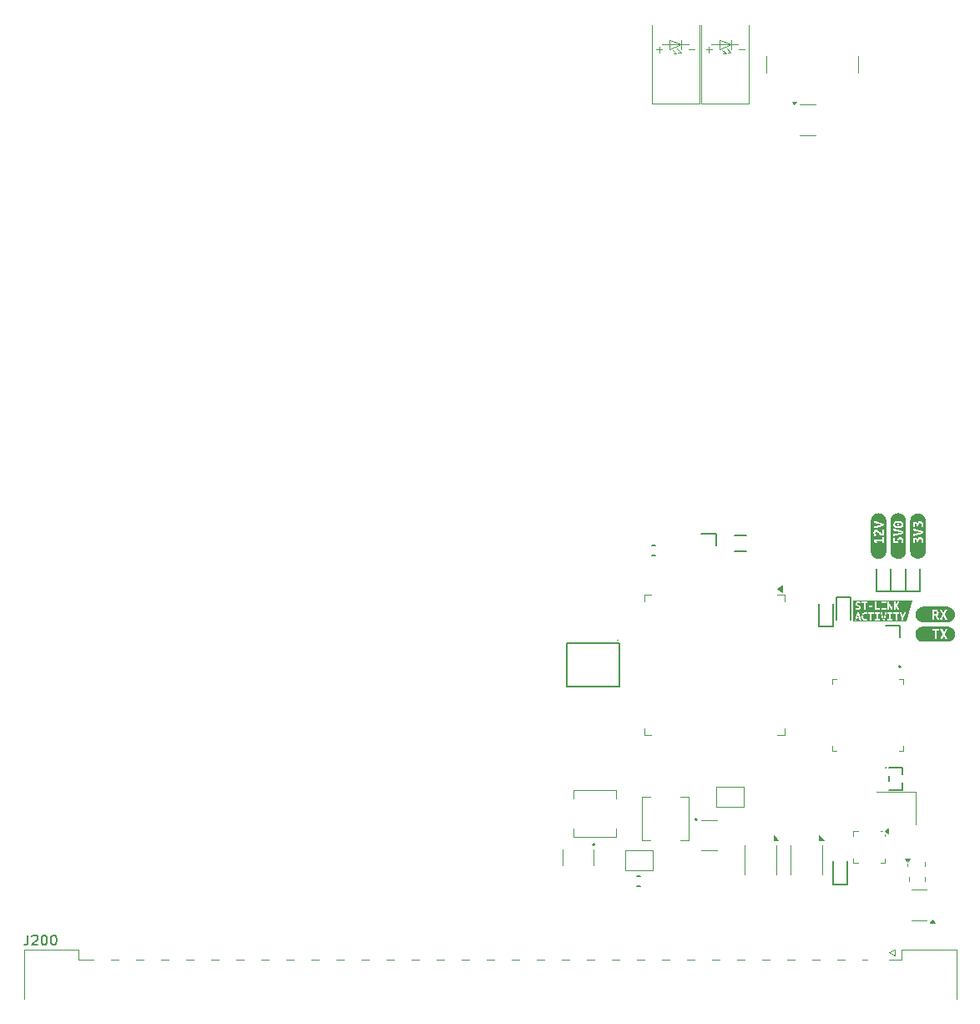
<source format=gbr>
%TF.GenerationSoftware,KiCad,Pcbnew,8.0.8-8.0.8-0~ubuntu24.04.1*%
%TF.CreationDate,2025-02-17T20:41:45+00:00*%
%TF.ProjectId,base-module,62617365-2d6d-46f6-9475-6c652e6b6963,1.0.0*%
%TF.SameCoordinates,Original*%
%TF.FileFunction,Legend,Top*%
%TF.FilePolarity,Positive*%
%FSLAX46Y46*%
G04 Gerber Fmt 4.6, Leading zero omitted, Abs format (unit mm)*
G04 Created by KiCad (PCBNEW 8.0.8-8.0.8-0~ubuntu24.04.1) date 2025-02-17 20:41:45*
%MOMM*%
%LPD*%
G01*
G04 APERTURE LIST*
%ADD10C,0.100000*%
%ADD11C,0.150000*%
%ADD12C,0.000000*%
%ADD13C,0.120000*%
%ADD14C,0.200000*%
G04 APERTURE END LIST*
D10*
X109506265Y-54477133D02*
X110115789Y-54477133D01*
X106206265Y-54477133D02*
X106815789Y-54477133D01*
X106511027Y-54781895D02*
X106511027Y-54172371D01*
D11*
X42464285Y-144229819D02*
X42464285Y-144944104D01*
X42464285Y-144944104D02*
X42416666Y-145086961D01*
X42416666Y-145086961D02*
X42321428Y-145182200D01*
X42321428Y-145182200D02*
X42178571Y-145229819D01*
X42178571Y-145229819D02*
X42083333Y-145229819D01*
X42892857Y-144325057D02*
X42940476Y-144277438D01*
X42940476Y-144277438D02*
X43035714Y-144229819D01*
X43035714Y-144229819D02*
X43273809Y-144229819D01*
X43273809Y-144229819D02*
X43369047Y-144277438D01*
X43369047Y-144277438D02*
X43416666Y-144325057D01*
X43416666Y-144325057D02*
X43464285Y-144420295D01*
X43464285Y-144420295D02*
X43464285Y-144515533D01*
X43464285Y-144515533D02*
X43416666Y-144658390D01*
X43416666Y-144658390D02*
X42845238Y-145229819D01*
X42845238Y-145229819D02*
X43464285Y-145229819D01*
X44083333Y-144229819D02*
X44178571Y-144229819D01*
X44178571Y-144229819D02*
X44273809Y-144277438D01*
X44273809Y-144277438D02*
X44321428Y-144325057D01*
X44321428Y-144325057D02*
X44369047Y-144420295D01*
X44369047Y-144420295D02*
X44416666Y-144610771D01*
X44416666Y-144610771D02*
X44416666Y-144848866D01*
X44416666Y-144848866D02*
X44369047Y-145039342D01*
X44369047Y-145039342D02*
X44321428Y-145134580D01*
X44321428Y-145134580D02*
X44273809Y-145182200D01*
X44273809Y-145182200D02*
X44178571Y-145229819D01*
X44178571Y-145229819D02*
X44083333Y-145229819D01*
X44083333Y-145229819D02*
X43988095Y-145182200D01*
X43988095Y-145182200D02*
X43940476Y-145134580D01*
X43940476Y-145134580D02*
X43892857Y-145039342D01*
X43892857Y-145039342D02*
X43845238Y-144848866D01*
X43845238Y-144848866D02*
X43845238Y-144610771D01*
X43845238Y-144610771D02*
X43892857Y-144420295D01*
X43892857Y-144420295D02*
X43940476Y-144325057D01*
X43940476Y-144325057D02*
X43988095Y-144277438D01*
X43988095Y-144277438D02*
X44083333Y-144229819D01*
X45035714Y-144229819D02*
X45130952Y-144229819D01*
X45130952Y-144229819D02*
X45226190Y-144277438D01*
X45226190Y-144277438D02*
X45273809Y-144325057D01*
X45273809Y-144325057D02*
X45321428Y-144420295D01*
X45321428Y-144420295D02*
X45369047Y-144610771D01*
X45369047Y-144610771D02*
X45369047Y-144848866D01*
X45369047Y-144848866D02*
X45321428Y-145039342D01*
X45321428Y-145039342D02*
X45273809Y-145134580D01*
X45273809Y-145134580D02*
X45226190Y-145182200D01*
X45226190Y-145182200D02*
X45130952Y-145229819D01*
X45130952Y-145229819D02*
X45035714Y-145229819D01*
X45035714Y-145229819D02*
X44940476Y-145182200D01*
X44940476Y-145182200D02*
X44892857Y-145134580D01*
X44892857Y-145134580D02*
X44845238Y-145039342D01*
X44845238Y-145039342D02*
X44797619Y-144848866D01*
X44797619Y-144848866D02*
X44797619Y-144610771D01*
X44797619Y-144610771D02*
X44845238Y-144420295D01*
X44845238Y-144420295D02*
X44892857Y-144325057D01*
X44892857Y-144325057D02*
X44940476Y-144277438D01*
X44940476Y-144277438D02*
X45035714Y-144229819D01*
D10*
X114556265Y-54477133D02*
X115165789Y-54477133D01*
X111256265Y-54477133D02*
X111865789Y-54477133D01*
X111561027Y-54781895D02*
X111561027Y-54172371D01*
D12*
%TO.C,kibuzzard-67B37005*%
G36*
X133541061Y-103501777D02*
G01*
X133541061Y-104265913D01*
X133541061Y-104543780D01*
X133541061Y-105284222D01*
X133537252Y-105361759D01*
X133525861Y-105438550D01*
X133506998Y-105513855D01*
X133480845Y-105586948D01*
X133447653Y-105657125D01*
X133407743Y-105723712D01*
X133361498Y-105786066D01*
X133309364Y-105843586D01*
X133251844Y-105895720D01*
X133189490Y-105941965D01*
X133122904Y-105981875D01*
X133052726Y-106015067D01*
X132979633Y-106041220D01*
X132904328Y-106060083D01*
X132827538Y-106071474D01*
X132750000Y-106075283D01*
X132672462Y-106071474D01*
X132595672Y-106060083D01*
X132520367Y-106041220D01*
X132447274Y-106015067D01*
X132377096Y-105981875D01*
X132310510Y-105941965D01*
X132248156Y-105895720D01*
X132190636Y-105843586D01*
X132138502Y-105786066D01*
X132092257Y-105723712D01*
X132052347Y-105657125D01*
X132019155Y-105586948D01*
X131993002Y-105513855D01*
X131974139Y-105438550D01*
X131962748Y-105361759D01*
X131958939Y-105284222D01*
X131958939Y-104543780D01*
X131958939Y-104248142D01*
X132228191Y-104248142D01*
X132235662Y-104333966D01*
X132258078Y-104410501D01*
X132317044Y-104526010D01*
X132462439Y-104454927D01*
X132416397Y-104358805D01*
X132397819Y-104246527D01*
X132429321Y-104155250D01*
X132515751Y-104122132D01*
X132577141Y-104137480D01*
X132615913Y-104177060D01*
X132636914Y-104231987D01*
X132643376Y-104293376D01*
X132643376Y-104367690D01*
X132808158Y-104367690D01*
X132808158Y-104306300D01*
X132816034Y-104217851D01*
X132839661Y-104146365D01*
X132883078Y-104099111D01*
X132950323Y-104083360D01*
X133058562Y-104124556D01*
X133091276Y-104180897D01*
X133102181Y-104267528D01*
X133097738Y-104344063D01*
X133084410Y-104408885D01*
X133050485Y-104505008D01*
X133216882Y-104543780D01*
X133234653Y-104493700D01*
X133252423Y-104423425D01*
X133266155Y-104344265D01*
X133271809Y-104265913D01*
X133265953Y-104172617D01*
X133248384Y-104093053D01*
X133220113Y-104026817D01*
X133182149Y-103973506D01*
X133081179Y-103904039D01*
X132953554Y-103881422D01*
X132872375Y-103892124D01*
X132803312Y-103924233D01*
X132747981Y-103975727D01*
X132707997Y-104044588D01*
X132623990Y-103954120D01*
X132509289Y-103920194D01*
X132397819Y-103939580D01*
X132308158Y-103999354D01*
X132249192Y-104101939D01*
X132233441Y-104169588D01*
X132228191Y-104248142D01*
X131958939Y-104248142D01*
X131958939Y-103013893D01*
X132250808Y-103013893D01*
X132250808Y-103222294D01*
X132334814Y-103236834D01*
X132431745Y-103254604D01*
X132536551Y-103274798D01*
X132644184Y-103296607D01*
X132752423Y-103320032D01*
X132859047Y-103345073D01*
X132959006Y-103370921D01*
X133047254Y-103396769D01*
X132957795Y-103422819D01*
X132857431Y-103449273D01*
X132750808Y-103475121D01*
X132642569Y-103499354D01*
X132535137Y-103521769D01*
X132430937Y-103542165D01*
X132334612Y-103559128D01*
X132250808Y-103571244D01*
X132250808Y-103781260D01*
X132341276Y-103762682D01*
X132454362Y-103736026D01*
X132538997Y-103714665D01*
X132627042Y-103691510D01*
X132718498Y-103666559D01*
X132811748Y-103640172D01*
X132905179Y-103612709D01*
X132998788Y-103584168D01*
X133132068Y-103541761D01*
X133250808Y-103501777D01*
X133250808Y-103296607D01*
X133164737Y-103265733D01*
X133076692Y-103235577D01*
X132986672Y-103206139D01*
X132896204Y-103177868D01*
X132806812Y-103151212D01*
X132718498Y-103126171D01*
X132589863Y-103091842D01*
X132467286Y-103061551D01*
X132353393Y-103035501D01*
X132250808Y-103013893D01*
X131958939Y-103013893D01*
X131958939Y-102632633D01*
X132228191Y-102632633D01*
X132235662Y-102718457D01*
X132258078Y-102794992D01*
X132317044Y-102910501D01*
X132462439Y-102839418D01*
X132416397Y-102743296D01*
X132397819Y-102631018D01*
X132429321Y-102539742D01*
X132515751Y-102506624D01*
X132577141Y-102521971D01*
X132615913Y-102561551D01*
X132636914Y-102616478D01*
X132643376Y-102677868D01*
X132643376Y-102752181D01*
X132808158Y-102752181D01*
X132808158Y-102690792D01*
X132816034Y-102602342D01*
X132839661Y-102530856D01*
X132883078Y-102483603D01*
X132950323Y-102467851D01*
X133058562Y-102509047D01*
X133091276Y-102565388D01*
X133102181Y-102652019D01*
X133097738Y-102728554D01*
X133084410Y-102793376D01*
X133050485Y-102889499D01*
X133216882Y-102928271D01*
X133234653Y-102878191D01*
X133252423Y-102807916D01*
X133266155Y-102728756D01*
X133271809Y-102650404D01*
X133265953Y-102557108D01*
X133248384Y-102477544D01*
X133220113Y-102411309D01*
X133182149Y-102357997D01*
X133081179Y-102288530D01*
X132953554Y-102265913D01*
X132872375Y-102276616D01*
X132803312Y-102308724D01*
X132747981Y-102360218D01*
X132707997Y-102429079D01*
X132623990Y-102338611D01*
X132509289Y-102304685D01*
X132397819Y-102324071D01*
X132308158Y-102383845D01*
X132249192Y-102486430D01*
X132233441Y-102554079D01*
X132228191Y-102632633D01*
X131958939Y-102632633D01*
X131958939Y-102265913D01*
X131958939Y-102265778D01*
X131962748Y-102188241D01*
X131974139Y-102111450D01*
X131993002Y-102036145D01*
X132019155Y-101963052D01*
X132052347Y-101892875D01*
X132092257Y-101826288D01*
X132138502Y-101763934D01*
X132190636Y-101706414D01*
X132248156Y-101654280D01*
X132310510Y-101608035D01*
X132377096Y-101568125D01*
X132447274Y-101534933D01*
X132520367Y-101508780D01*
X132595672Y-101489917D01*
X132672462Y-101478526D01*
X132750000Y-101474717D01*
X132827538Y-101478526D01*
X132904328Y-101489917D01*
X132979633Y-101508780D01*
X133052726Y-101534933D01*
X133122904Y-101568125D01*
X133189490Y-101608035D01*
X133251844Y-101654280D01*
X133309364Y-101706414D01*
X133361498Y-101763934D01*
X133407743Y-101826288D01*
X133447653Y-101892875D01*
X133480845Y-101963052D01*
X133506998Y-102036145D01*
X133525861Y-102111450D01*
X133537252Y-102188241D01*
X133541061Y-102265778D01*
X133541061Y-102265913D01*
X133541061Y-102650404D01*
X133541061Y-103501777D01*
G37*
D13*
%TO.C,L301*%
X104760720Y-130236542D02*
X105610720Y-130236542D01*
X104760720Y-134606542D02*
X104760720Y-130236542D01*
X104760720Y-134606542D02*
X105610720Y-134606542D01*
X109480720Y-130236542D02*
X108630720Y-130236542D01*
X109480720Y-134606542D02*
X108630720Y-134606542D01*
X109480720Y-134606542D02*
X109480720Y-130236542D01*
%TO.C,JP300*%
X103050000Y-135675000D02*
X105850000Y-135675000D01*
X103050000Y-137675000D02*
X103050000Y-135675000D01*
X105850000Y-135675000D02*
X105850000Y-137675000D01*
X105850000Y-137675000D02*
X103050000Y-137675000D01*
%TO.C,TP302*%
X133450000Y-105325000D02*
G75*
G02*
X132050000Y-105325000I-700000J0D01*
G01*
X132050000Y-105325000D02*
G75*
G02*
X133450000Y-105325000I700000J0D01*
G01*
%TO.C,U200*%
X132850000Y-139615000D02*
X132075000Y-139615000D01*
X132850000Y-139615000D02*
X133625000Y-139615000D01*
X132850000Y-142735000D02*
X132075000Y-142735000D01*
X132850000Y-142735000D02*
X133625000Y-142735000D01*
X134452500Y-143015000D02*
X133972500Y-143015000D01*
X134212500Y-142685000D01*
X134452500Y-143015000D01*
G36*
X134452500Y-143015000D02*
G01*
X133972500Y-143015000D01*
X134212500Y-142685000D01*
X134452500Y-143015000D01*
G37*
D10*
%TO.C,LED300*%
X105750000Y-59985000D02*
X105750000Y-51985000D01*
X107550000Y-53510000D02*
X107550000Y-54410000D01*
X107550000Y-54410000D02*
X108750000Y-53960000D01*
X107850000Y-54485000D02*
X108250000Y-54885000D01*
X108250000Y-54885000D02*
X107950000Y-54885000D01*
X108300000Y-54385000D02*
X108700000Y-54785000D01*
X108700000Y-54785000D02*
X108400000Y-54785000D01*
X108750000Y-53510000D02*
X108750000Y-54410000D01*
X108750000Y-53960000D02*
X106750000Y-53960000D01*
X108750000Y-53960000D02*
X107550000Y-53510000D01*
X108750000Y-53960000D02*
X109450000Y-53960000D01*
X110550000Y-51985000D02*
X110550000Y-59985000D01*
X110550000Y-59985000D02*
X105750000Y-59985000D01*
D11*
%TO.C,D301*%
X124120000Y-136775000D02*
X124120000Y-139065000D01*
X124120000Y-139065000D02*
X125580000Y-139065000D01*
X125580000Y-139065000D02*
X125580000Y-136775000D01*
%TO.C,FB400*%
X106110000Y-104715000D02*
X105790000Y-104715000D01*
X106110000Y-105735000D02*
X105790000Y-105735000D01*
D12*
%TO.C,kibuzzard-67B2198C*%
G36*
X134545840Y-111401494D02*
G01*
X134601979Y-111429362D01*
X134638328Y-111477019D01*
X134650444Y-111545679D01*
X134605210Y-111657956D01*
X134545840Y-111687641D01*
X134458199Y-111697536D01*
X134414580Y-111697536D01*
X134414580Y-111397052D01*
X134446890Y-111393013D01*
X134474354Y-111392205D01*
X134545840Y-111401494D01*
G37*
G36*
X135802462Y-110953826D02*
G01*
X135877684Y-110964984D01*
X135951451Y-110983461D01*
X136023051Y-111009080D01*
X136091796Y-111041594D01*
X136157022Y-111080689D01*
X136218103Y-111125990D01*
X136274449Y-111177059D01*
X136325518Y-111233405D01*
X136370818Y-111294485D01*
X136409914Y-111359712D01*
X136442427Y-111428456D01*
X136468046Y-111500057D01*
X136486524Y-111573823D01*
X136497682Y-111649046D01*
X136501414Y-111725000D01*
X136497682Y-111800954D01*
X136486524Y-111876177D01*
X136468046Y-111949943D01*
X136442427Y-112021544D01*
X136409914Y-112090288D01*
X136370818Y-112155515D01*
X136325518Y-112216595D01*
X136274449Y-112272941D01*
X136218103Y-112324010D01*
X136157022Y-112369311D01*
X136091796Y-112408406D01*
X136023051Y-112440920D01*
X135951451Y-112466539D01*
X135877684Y-112485016D01*
X135802462Y-112496174D01*
X135726508Y-112499906D01*
X135726373Y-112499906D01*
X135511511Y-112499906D01*
X134918619Y-112499906D01*
X134215872Y-112499906D01*
X133273492Y-112499906D01*
X133197538Y-112496174D01*
X133122316Y-112485016D01*
X133048549Y-112466539D01*
X132976949Y-112440920D01*
X132908204Y-112408406D01*
X132842978Y-112369311D01*
X132781897Y-112324010D01*
X132725551Y-112272941D01*
X132674482Y-112216595D01*
X132629182Y-112155515D01*
X132590086Y-112090288D01*
X132557573Y-112021544D01*
X132531954Y-111949943D01*
X132513476Y-111876177D01*
X132502318Y-111800954D01*
X132498586Y-111725000D01*
X132502318Y-111649046D01*
X132513476Y-111573823D01*
X132531954Y-111500057D01*
X132557573Y-111428456D01*
X132590086Y-111359712D01*
X132629182Y-111294485D01*
X132665739Y-111245194D01*
X134215872Y-111245194D01*
X134215872Y-112230654D01*
X134414580Y-112230654D01*
X134414580Y-111862318D01*
X134517973Y-111862318D01*
X134572698Y-111953796D01*
X134623788Y-112044063D01*
X134670032Y-112135541D01*
X134710218Y-112230654D01*
X134918619Y-112230654D01*
X134954160Y-112230654D01*
X135169023Y-112230654D01*
X135206179Y-112143215D01*
X135249798Y-112045679D01*
X135296648Y-111944911D01*
X135343498Y-111847779D01*
X135390953Y-111947940D01*
X135436389Y-112048102D01*
X135477383Y-112143821D01*
X135511511Y-112230654D01*
X135726373Y-112230654D01*
X135682754Y-112124838D01*
X135653069Y-112060218D01*
X135618942Y-111990751D01*
X135581179Y-111917851D01*
X135540590Y-111842932D01*
X135498183Y-111768619D01*
X135454968Y-111697536D01*
X135710218Y-111230654D01*
X135509895Y-111230654D01*
X135343498Y-111550525D01*
X135185178Y-111230654D01*
X134970315Y-111230654D01*
X135232027Y-111702383D01*
X135192447Y-111773263D01*
X135151252Y-111846971D01*
X135110258Y-111921082D01*
X135071284Y-111993174D01*
X135034935Y-112061834D01*
X135001817Y-112125646D01*
X134954160Y-112230654D01*
X134918619Y-112230654D01*
X134872577Y-112124838D01*
X134816842Y-112013368D01*
X134757068Y-111906745D01*
X134698910Y-111813853D01*
X134769588Y-111768215D01*
X134816842Y-111705614D01*
X134843498Y-111630493D01*
X134852383Y-111547294D01*
X134845719Y-111468740D01*
X134825727Y-111401090D01*
X134748990Y-111298506D01*
X134694063Y-111263368D01*
X134629443Y-111238732D01*
X134555937Y-111224192D01*
X134474354Y-111219346D01*
X134417811Y-111220961D01*
X134349960Y-111225000D01*
X134279685Y-111233078D01*
X134215872Y-111245194D01*
X132665739Y-111245194D01*
X132674482Y-111233405D01*
X132725551Y-111177059D01*
X132781897Y-111125990D01*
X132842978Y-111080689D01*
X132908204Y-111041594D01*
X132976949Y-111009080D01*
X133048549Y-110983461D01*
X133122316Y-110964984D01*
X133197538Y-110953826D01*
X133273492Y-110950094D01*
X134215872Y-110950094D01*
X135726373Y-110950094D01*
X135726508Y-110950094D01*
X135802462Y-110953826D01*
G37*
D13*
%TO.C,U801*%
X131650000Y-137240000D02*
X131650000Y-137030000D01*
X131840000Y-138810000D02*
X131840000Y-138360000D01*
X133460000Y-136790000D02*
X133460000Y-137240000D01*
X133460000Y-138810000D02*
X133460000Y-138360000D01*
X131650000Y-136790000D02*
X131410000Y-136460000D01*
X131890000Y-136460000D01*
X131650000Y-136790000D01*
G36*
X131650000Y-136790000D02*
G01*
X131410000Y-136460000D01*
X131890000Y-136460000D01*
X131650000Y-136790000D01*
G37*
%TO.C,TP701*%
X133950000Y-113725000D02*
G75*
G02*
X132550000Y-113725000I-700000J0D01*
G01*
X132550000Y-113725000D02*
G75*
G02*
X133950000Y-113725000I700000J0D01*
G01*
%TO.C,U301*%
X111550000Y-132558050D02*
X110750000Y-132558050D01*
X111550000Y-132558050D02*
X112350000Y-132558050D01*
X111550000Y-135678050D02*
X110750000Y-135678050D01*
X111550000Y-135678050D02*
X112350000Y-135678050D01*
D14*
X110350000Y-132518050D02*
G75*
G02*
X110150000Y-132518050I-100000J0D01*
G01*
X110150000Y-132518050D02*
G75*
G02*
X110350000Y-132518050I100000J0D01*
G01*
D12*
%TO.C,kibuzzard-67B20BD5*%
G36*
X126697598Y-111755183D02*
G01*
X126718277Y-111835312D01*
X126735724Y-111914795D01*
X126751233Y-111997509D01*
X126594852Y-111997509D01*
X126611007Y-111914795D01*
X126629101Y-111835312D01*
X126649779Y-111755183D01*
X126673689Y-111669238D01*
X126697598Y-111755183D01*
G37*
G36*
X131559849Y-112438651D02*
G01*
X131505999Y-112438651D01*
X131279828Y-112438651D01*
X130632332Y-112438651D01*
X129652687Y-112438651D01*
X129177081Y-112438651D01*
X128884997Y-112438651D01*
X128360280Y-112438651D01*
X128047518Y-112438651D01*
X127380635Y-112438651D01*
X126815854Y-112438651D01*
X126363511Y-112438651D01*
X126201960Y-112438651D01*
X126201960Y-112314149D01*
X126363511Y-112314149D01*
X126528939Y-112314149D01*
X126565127Y-112129335D01*
X126778374Y-112129335D01*
X126815854Y-112314149D01*
X126986451Y-112314149D01*
X126965127Y-112223448D01*
X126943543Y-112135383D01*
X126921702Y-112049955D01*
X126899602Y-111967164D01*
X126884633Y-111913503D01*
X127032978Y-111913503D01*
X127038551Y-112007929D01*
X127055272Y-112090886D01*
X127083139Y-112162372D01*
X127122154Y-112222388D01*
X127190508Y-112282701D01*
X127276668Y-112318888D01*
X127380635Y-112330950D01*
X127451233Y-112326589D01*
X127513107Y-112313503D01*
X127604222Y-112275377D01*
X127564157Y-112150013D01*
X127498891Y-112178446D01*
X127396144Y-112192663D01*
X127303899Y-112174408D01*
X127241702Y-112119642D01*
X127215495Y-112063853D01*
X127199770Y-111993848D01*
X127194529Y-111909626D01*
X127198891Y-111837251D01*
X127211976Y-111777800D01*
X127257211Y-111693148D01*
X127320539Y-111647913D01*
X127393560Y-111634343D01*
X127489844Y-111647913D01*
X127561572Y-111680870D01*
X127602929Y-111554214D01*
X127576435Y-111538705D01*
X127533139Y-111519319D01*
X127513907Y-111514149D01*
X127676597Y-111514149D01*
X127676597Y-111645975D01*
X127887259Y-111645975D01*
X127887259Y-112314149D01*
X128047518Y-112314149D01*
X128047518Y-111645975D01*
X128258180Y-111645975D01*
X128360280Y-111645975D01*
X128534755Y-111645975D01*
X128534755Y-112182324D01*
X128360280Y-112182324D01*
X128360280Y-112314149D01*
X128868196Y-112314149D01*
X128868196Y-112182324D01*
X128695013Y-112182324D01*
X128695013Y-111645975D01*
X128868196Y-111645975D01*
X128868196Y-111514149D01*
X128953495Y-111514149D01*
X128968358Y-111586524D01*
X128989682Y-111676992D01*
X129006771Y-111744700D01*
X129025295Y-111815136D01*
X129045256Y-111888301D01*
X129066365Y-111962902D01*
X129088336Y-112037646D01*
X129111169Y-112112534D01*
X129145094Y-112219157D01*
X129177081Y-112314149D01*
X129341217Y-112314149D01*
X129365916Y-112245293D01*
X129390041Y-112174856D01*
X129413592Y-112102841D01*
X129436209Y-112030466D01*
X129457534Y-111958953D01*
X129477566Y-111888301D01*
X129505030Y-111785393D01*
X129529262Y-111687332D01*
X129550102Y-111596217D01*
X129567388Y-111514149D01*
X129652687Y-111514149D01*
X129652687Y-111645975D01*
X129827162Y-111645975D01*
X129827162Y-112182324D01*
X129652687Y-112182324D01*
X129652687Y-112314149D01*
X130160603Y-112314149D01*
X130160603Y-112182324D01*
X129987421Y-112182324D01*
X129987421Y-111645975D01*
X130160603Y-111645975D01*
X130160603Y-111514149D01*
X130261411Y-111514149D01*
X130261411Y-111645975D01*
X130472073Y-111645975D01*
X130472073Y-112314149D01*
X130632332Y-112314149D01*
X130632332Y-111645975D01*
X130842994Y-111645975D01*
X130842994Y-111514149D01*
X130892106Y-111514149D01*
X130925349Y-111600669D01*
X130959598Y-111684460D01*
X130994852Y-111765522D01*
X131032547Y-111845867D01*
X131074120Y-111927504D01*
X131119569Y-112010433D01*
X131119569Y-112314149D01*
X131279828Y-112314149D01*
X131279828Y-112009141D01*
X131314723Y-111946621D01*
X131347033Y-111885716D01*
X131377081Y-111825458D01*
X131405191Y-111764876D01*
X131431686Y-111703810D01*
X131456887Y-111642097D01*
X131481443Y-111579093D01*
X131505999Y-111514149D01*
X131341863Y-111514149D01*
X131310199Y-111607202D01*
X131292429Y-111658576D01*
X131274012Y-111709303D01*
X131236532Y-111804941D01*
X131203576Y-111879900D01*
X131165450Y-111795732D01*
X131128616Y-111703487D01*
X131094044Y-111608010D01*
X131062703Y-111514149D01*
X130892106Y-111514149D01*
X130842994Y-111514149D01*
X130681443Y-111514149D01*
X130261411Y-111514149D01*
X130160603Y-111514149D01*
X130041702Y-111514149D01*
X129652687Y-111514149D01*
X129567388Y-111514149D01*
X129400668Y-111514149D01*
X129389036Y-111581354D01*
X129374820Y-111658899D01*
X129358665Y-111742744D01*
X129341217Y-111828850D01*
X129322477Y-111915442D01*
X129302445Y-112000740D01*
X129281766Y-112080708D01*
X129261088Y-112151306D01*
X129240248Y-112079739D01*
X129219085Y-111999448D01*
X129198406Y-111914149D01*
X129179020Y-111827558D01*
X129161088Y-111741613D01*
X129144771Y-111658253D01*
X129131201Y-111581193D01*
X129121508Y-111514149D01*
X129006484Y-111514149D01*
X128953495Y-111514149D01*
X128868196Y-111514149D01*
X128360280Y-111514149D01*
X128360280Y-111645975D01*
X128258180Y-111645975D01*
X128258180Y-111514149D01*
X128144448Y-111514149D01*
X127676597Y-111514149D01*
X127513907Y-111514149D01*
X127473043Y-111503164D01*
X127401314Y-111496533D01*
X127396144Y-111496055D01*
X127320377Y-111503002D01*
X127250749Y-111523842D01*
X127188713Y-111558091D01*
X127135724Y-111605264D01*
X127092590Y-111664876D01*
X127060118Y-111736443D01*
X127039763Y-111819480D01*
X127032978Y-111913503D01*
X126884633Y-111913503D01*
X126877243Y-111887009D01*
X126849093Y-111789795D01*
X126820862Y-111695248D01*
X126792550Y-111603366D01*
X126764157Y-111514149D01*
X126651718Y-111514149D01*
X126590975Y-111514149D01*
X126563592Y-111602639D01*
X126535724Y-111693632D01*
X126507372Y-111787130D01*
X126478535Y-111883131D01*
X126455324Y-111962614D01*
X126432215Y-112045458D01*
X126409211Y-112131661D01*
X126386309Y-112221225D01*
X126363511Y-112314149D01*
X126201960Y-112314149D01*
X126201960Y-111193201D01*
X126403576Y-111193201D01*
X126492752Y-111232620D01*
X126562219Y-111248613D01*
X126651718Y-111253945D01*
X126742402Y-111247123D01*
X126816284Y-111226660D01*
X126873366Y-111192555D01*
X126928131Y-111118403D01*
X126946387Y-111018726D01*
X126940894Y-110958468D01*
X126924416Y-110909518D01*
X126868196Y-110837143D01*
X126793236Y-110790617D01*
X126715046Y-110758953D01*
X126665288Y-110739567D01*
X126620054Y-110715657D01*
X126587097Y-110684639D01*
X126574173Y-110643928D01*
X126588246Y-110592950D01*
X126630465Y-110562363D01*
X126700829Y-110552167D01*
X126791944Y-110565092D01*
X126863673Y-110596109D01*
X126873958Y-110568969D01*
X127030393Y-110568969D01*
X127241055Y-110568969D01*
X127241055Y-111237143D01*
X127401314Y-111237143D01*
X128382251Y-111237143D01*
X128884997Y-111237143D01*
X128884997Y-111105318D01*
X128542509Y-111105318D01*
X128542509Y-110568969D01*
X129006484Y-110568969D01*
X129180959Y-110568969D01*
X129180959Y-111105318D01*
X129006484Y-111105318D01*
X129006484Y-111237143D01*
X129514400Y-111237143D01*
X129642348Y-111237143D01*
X129785805Y-111237143D01*
X129785805Y-110705964D01*
X129833840Y-110794637D01*
X129879720Y-110883167D01*
X129923446Y-110971554D01*
X129965019Y-111059940D01*
X130004437Y-111148470D01*
X130041702Y-111237143D01*
X130169650Y-111237143D01*
X130287259Y-111237143D01*
X130446225Y-111237143D01*
X130446225Y-110871392D01*
X130514076Y-110944413D01*
X130548810Y-110989324D01*
X130581928Y-111037466D01*
X130612784Y-111087870D01*
X130640732Y-111139567D01*
X130681443Y-111237143D01*
X130861088Y-111237143D01*
X130840086Y-111179470D01*
X130813269Y-111120180D01*
X130781766Y-111060730D01*
X130746710Y-111002571D01*
X130708745Y-110946836D01*
X130668519Y-110894655D01*
X130627485Y-110847159D01*
X130587097Y-110805479D01*
X130626354Y-110757983D01*
X130663996Y-110708549D01*
X130699698Y-110658630D01*
X130733139Y-110609680D01*
X130763673Y-110562184D01*
X130790652Y-110516626D01*
X130833947Y-110437143D01*
X130654303Y-110437143D01*
X130615530Y-110514688D01*
X130564480Y-110601279D01*
X130505676Y-110689163D01*
X130446225Y-110769292D01*
X130446225Y-110437143D01*
X130287259Y-110437143D01*
X130287259Y-111237143D01*
X130169650Y-111237143D01*
X130169650Y-110437143D01*
X130026193Y-110437143D01*
X130026193Y-110929550D01*
X130003414Y-110879146D01*
X129976435Y-110820988D01*
X129946064Y-110757983D01*
X129913107Y-110693040D01*
X129878374Y-110626966D01*
X129842671Y-110560568D01*
X129806484Y-110496432D01*
X129770296Y-110437143D01*
X129642348Y-110437143D01*
X129642348Y-111237143D01*
X129514400Y-111237143D01*
X129514400Y-111105318D01*
X129341217Y-111105318D01*
X129341217Y-110568969D01*
X129514400Y-110568969D01*
X129514400Y-110437143D01*
X129006484Y-110437143D01*
X129006484Y-110568969D01*
X128542509Y-110568969D01*
X128542509Y-110437143D01*
X128382251Y-110437143D01*
X128382251Y-111237143D01*
X127401314Y-111237143D01*
X127401314Y-110983831D01*
X127790328Y-110983831D01*
X128144448Y-110983831D01*
X128144448Y-110827450D01*
X127790328Y-110827450D01*
X127790328Y-110983831D01*
X127401314Y-110983831D01*
X127401314Y-110568969D01*
X127611976Y-110568969D01*
X127611976Y-110437143D01*
X127030393Y-110437143D01*
X127030393Y-110568969D01*
X126873958Y-110568969D01*
X126910199Y-110473331D01*
X126817792Y-110435851D01*
X126758180Y-110423250D01*
X126689198Y-110419050D01*
X126610002Y-110426086D01*
X126543012Y-110447195D01*
X126488228Y-110482377D01*
X126433463Y-110557983D01*
X126415207Y-110658145D01*
X126435886Y-110753137D01*
X126488228Y-110817111D01*
X126558665Y-110859760D01*
X126633624Y-110889486D01*
X126687905Y-110912103D01*
X126737017Y-110939243D01*
X126773204Y-110973492D01*
X126787421Y-111017434D01*
X126781605Y-111055560D01*
X126760280Y-111089163D01*
X126718277Y-111112426D01*
X126651718Y-111120827D01*
X126587259Y-111116303D01*
X126533463Y-111102733D01*
X126450102Y-111063961D01*
X126403576Y-111193201D01*
X126201960Y-111193201D01*
X126201960Y-110311349D01*
X126363511Y-110311349D01*
X131505999Y-110311349D01*
X131559849Y-110311349D01*
X132198040Y-110311349D01*
X131559849Y-112438651D01*
G37*
D11*
%TO.C,D400*%
X128510000Y-107075000D02*
X128510000Y-109365000D01*
X128510000Y-109365000D02*
X129970000Y-109365000D01*
X129970000Y-109365000D02*
X129970000Y-107075000D01*
%TO.C,D701*%
X124445000Y-109960000D02*
X124445000Y-112250000D01*
X125905000Y-109960000D02*
X124445000Y-109960000D01*
X125905000Y-112250000D02*
X125905000Y-109960000D01*
%TO.C,D402*%
X131510000Y-107075000D02*
X131510000Y-109365000D01*
X131510000Y-109365000D02*
X132970000Y-109365000D01*
X132970000Y-109365000D02*
X132970000Y-107075000D01*
%TO.C,Y700*%
X130950000Y-112825000D02*
X129450000Y-112825000D01*
X130950000Y-114025000D02*
X130950000Y-112825000D01*
D13*
%TO.C,U700*%
X124040000Y-118315000D02*
X124490000Y-118315000D01*
X124040000Y-118765000D02*
X124040000Y-118315000D01*
X124040000Y-125085000D02*
X124040000Y-125535000D01*
X124040000Y-125535000D02*
X124490000Y-125535000D01*
X131260000Y-118315000D02*
X130810000Y-118315000D01*
X131260000Y-118765000D02*
X131260000Y-118315000D01*
X131260000Y-125085000D02*
X131260000Y-125535000D01*
X131260000Y-125535000D02*
X130810000Y-125535000D01*
D14*
X131000000Y-117025000D02*
G75*
G02*
X130800000Y-117025000I-100000J0D01*
G01*
X130800000Y-117025000D02*
G75*
G02*
X131000000Y-117025000I100000J0D01*
G01*
D13*
%TO.C,TP700*%
X133950000Y-111725000D02*
G75*
G02*
X132550000Y-111725000I-700000J0D01*
G01*
X132550000Y-111725000D02*
G75*
G02*
X133950000Y-111725000I700000J0D01*
G01*
%TO.C,U800*%
X121550000Y-60012500D02*
X120775000Y-60012500D01*
X121550000Y-60012500D02*
X122325000Y-60012500D01*
X121550000Y-63132500D02*
X120775000Y-63132500D01*
X121550000Y-63132500D02*
X122325000Y-63132500D01*
X120187500Y-60062500D02*
X119947500Y-59732500D01*
X120427500Y-59732500D01*
X120187500Y-60062500D01*
G36*
X120187500Y-60062500D02*
G01*
X119947500Y-59732500D01*
X120427500Y-59732500D01*
X120187500Y-60062500D01*
G37*
D12*
%TO.C,kibuzzard-67B37472*%
G36*
X131100565Y-102597092D02*
G01*
X131078150Y-102668578D01*
X131010905Y-102721486D01*
X130941887Y-102745719D01*
X130854380Y-102760258D01*
X130748384Y-102765105D01*
X130643287Y-102760258D01*
X130556318Y-102745719D01*
X130487480Y-102721486D01*
X130420234Y-102668578D01*
X130397819Y-102597092D01*
X130398318Y-102595477D01*
X130623990Y-102595477D01*
X130656300Y-102661712D01*
X130732229Y-102685945D01*
X130807351Y-102661712D01*
X130838853Y-102595477D01*
X130807351Y-102531664D01*
X130732229Y-102506624D01*
X130656300Y-102531664D01*
X130623990Y-102595477D01*
X130398318Y-102595477D01*
X130420234Y-102524596D01*
X130487480Y-102471890D01*
X130556318Y-102448106D01*
X130643287Y-102433836D01*
X130748384Y-102429079D01*
X130854380Y-102433836D01*
X130941887Y-102448106D01*
X131010905Y-102471890D01*
X131078150Y-102524596D01*
X131100066Y-102595477D01*
X131100565Y-102597092D01*
G37*
G36*
X131541061Y-103508239D02*
G01*
X131541061Y-104290145D01*
X131541061Y-104559935D01*
X131541061Y-105300377D01*
X131537252Y-105377914D01*
X131525861Y-105454705D01*
X131506998Y-105530010D01*
X131480845Y-105603103D01*
X131447653Y-105673280D01*
X131407743Y-105739867D01*
X131361498Y-105802221D01*
X131309364Y-105859741D01*
X131251844Y-105911875D01*
X131189490Y-105958120D01*
X131122904Y-105998030D01*
X131052726Y-106031222D01*
X130979633Y-106057375D01*
X130904328Y-106076238D01*
X130827538Y-106087629D01*
X130750000Y-106091438D01*
X130672462Y-106087629D01*
X130595672Y-106076238D01*
X130520367Y-106057375D01*
X130447274Y-106031222D01*
X130377096Y-105998030D01*
X130310510Y-105958120D01*
X130248156Y-105911875D01*
X130190636Y-105859741D01*
X130138502Y-105802221D01*
X130092257Y-105739867D01*
X130052347Y-105673280D01*
X130019155Y-105603103D01*
X129993002Y-105530010D01*
X129974139Y-105454705D01*
X129962748Y-105377914D01*
X129958939Y-105300377D01*
X129958939Y-104559935D01*
X129958939Y-103931502D01*
X130250808Y-103931502D01*
X130250808Y-104442003D01*
X130374192Y-104448061D01*
X130502019Y-104456543D01*
X130633481Y-104467851D01*
X130767771Y-104482391D01*
X130771204Y-104371325D01*
X130781502Y-104283683D01*
X130820275Y-104166559D01*
X130880048Y-104111632D01*
X130956785Y-104097900D01*
X131010097Y-104105977D01*
X131056139Y-104135864D01*
X131089257Y-104195638D01*
X131102181Y-104291761D01*
X131098546Y-104367286D01*
X131087641Y-104429079D01*
X131055331Y-104519548D01*
X131220113Y-104559935D01*
X131237884Y-104513893D01*
X131254847Y-104446850D01*
X131266963Y-104369305D01*
X131271809Y-104290145D01*
X131265751Y-104197658D01*
X131247577Y-104117286D01*
X131218498Y-104049031D01*
X131179725Y-103992892D01*
X131077141Y-103918578D01*
X130948708Y-103894346D01*
X130855008Y-103905295D01*
X130776387Y-103938144D01*
X130712843Y-103992892D01*
X130664737Y-104069898D01*
X130632427Y-104169521D01*
X130615913Y-104291761D01*
X130523829Y-104283683D01*
X130415590Y-104275606D01*
X130415590Y-103931502D01*
X130250808Y-103931502D01*
X129958939Y-103931502D01*
X129958939Y-103020355D01*
X130250808Y-103020355D01*
X130250808Y-103228756D01*
X130334814Y-103243296D01*
X130431745Y-103261066D01*
X130536551Y-103281260D01*
X130644184Y-103303069D01*
X130752423Y-103326494D01*
X130859047Y-103351535D01*
X130959006Y-103377383D01*
X131047254Y-103403231D01*
X130957795Y-103429281D01*
X130857431Y-103455735D01*
X130750808Y-103481583D01*
X130642569Y-103505816D01*
X130535137Y-103528231D01*
X130430937Y-103548627D01*
X130334612Y-103565590D01*
X130250808Y-103577706D01*
X130250808Y-103787722D01*
X130341276Y-103769144D01*
X130454362Y-103742488D01*
X130538997Y-103721127D01*
X130627042Y-103697972D01*
X130718498Y-103673021D01*
X130811748Y-103646634D01*
X130905179Y-103619171D01*
X130998788Y-103590630D01*
X131132068Y-103548223D01*
X131250808Y-103508239D01*
X131250808Y-103303069D01*
X131164737Y-103272195D01*
X131076692Y-103242039D01*
X130986672Y-103212601D01*
X130896204Y-103184330D01*
X130806812Y-103157674D01*
X130718498Y-103132633D01*
X130589863Y-103098304D01*
X130467286Y-103068013D01*
X130353393Y-103041963D01*
X130250808Y-103020355D01*
X129958939Y-103020355D01*
X129958939Y-102597092D01*
X130228191Y-102597092D01*
X130242551Y-102699587D01*
X130285631Y-102785209D01*
X130357431Y-102853958D01*
X130430331Y-102893538D01*
X130519790Y-102921809D01*
X130625808Y-102938772D01*
X130748384Y-102944426D01*
X130872375Y-102938873D01*
X130979402Y-102922213D01*
X131069467Y-102894447D01*
X131142569Y-102855574D01*
X131214369Y-102787363D01*
X131257449Y-102701203D01*
X131271809Y-102597092D01*
X131257449Y-102492982D01*
X131214369Y-102406821D01*
X131142569Y-102338611D01*
X131069467Y-102299737D01*
X130979402Y-102271971D01*
X130872375Y-102255311D01*
X130748384Y-102249758D01*
X130625151Y-102255311D01*
X130518780Y-102271971D01*
X130429271Y-102299737D01*
X130356624Y-102338611D01*
X130285272Y-102406821D01*
X130242461Y-102492982D01*
X130228191Y-102597092D01*
X129958939Y-102597092D01*
X129958939Y-102249758D01*
X129958939Y-102249623D01*
X129962748Y-102172086D01*
X129974139Y-102095295D01*
X129993002Y-102019990D01*
X130019155Y-101946897D01*
X130052347Y-101876720D01*
X130092257Y-101810133D01*
X130138502Y-101747779D01*
X130190636Y-101690259D01*
X130248156Y-101638125D01*
X130310510Y-101591880D01*
X130377096Y-101551970D01*
X130447274Y-101518778D01*
X130520367Y-101492625D01*
X130595672Y-101473762D01*
X130672462Y-101462371D01*
X130750000Y-101458562D01*
X130827538Y-101462371D01*
X130904328Y-101473762D01*
X130979633Y-101492625D01*
X131052726Y-101518778D01*
X131122904Y-101551970D01*
X131189490Y-101591880D01*
X131251844Y-101638125D01*
X131309364Y-101690259D01*
X131361498Y-101747779D01*
X131407743Y-101810133D01*
X131447653Y-101876720D01*
X131480845Y-101946897D01*
X131506998Y-102019990D01*
X131525861Y-102095295D01*
X131537252Y-102172086D01*
X131541061Y-102249623D01*
X131541061Y-102249758D01*
X131541061Y-102597092D01*
X131541061Y-103508239D01*
G37*
D13*
%TO.C,U400*%
X104965000Y-109740000D02*
X105665000Y-109740000D01*
X104965000Y-110440000D02*
X104965000Y-109740000D01*
X104965000Y-123260000D02*
X104965000Y-123960000D01*
X104965000Y-123960000D02*
X105665000Y-123960000D01*
X119185000Y-109740000D02*
X118485000Y-109740000D01*
X119185000Y-110440000D02*
X119185000Y-109740000D01*
X119185000Y-123260000D02*
X119185000Y-123960000D01*
X119185000Y-123960000D02*
X118485000Y-123960000D01*
X118955000Y-109452500D02*
X118485000Y-109112500D01*
X118955000Y-108772500D01*
X118955000Y-109452500D01*
G36*
X118955000Y-109452500D02*
G01*
X118485000Y-109112500D01*
X118955000Y-108772500D01*
X118955000Y-109452500D01*
G37*
%TO.C,TP300*%
X129450000Y-105325000D02*
G75*
G02*
X128050000Y-105325000I-700000J0D01*
G01*
X128050000Y-105325000D02*
G75*
G02*
X129450000Y-105325000I700000J0D01*
G01*
%TO.C,JP301*%
X112295720Y-129225000D02*
X115095720Y-129225000D01*
X112295720Y-131225000D02*
X112295720Y-129225000D01*
X115095720Y-129225000D02*
X115095720Y-131225000D01*
X115095720Y-131225000D02*
X112295720Y-131225000D01*
%TO.C,J800*%
X117380000Y-55135000D02*
X117380000Y-56835000D01*
X126720000Y-55135000D02*
X126720000Y-56835000D01*
D12*
%TO.C,kibuzzard-67B219C6*%
G36*
X135825333Y-112959453D02*
G01*
X135900006Y-112970529D01*
X135973235Y-112988872D01*
X136044312Y-113014304D01*
X136112555Y-113046581D01*
X136177306Y-113085391D01*
X136237941Y-113130361D01*
X136293876Y-113181057D01*
X136344572Y-113236992D01*
X136389542Y-113297627D01*
X136428352Y-113362377D01*
X136460628Y-113430620D01*
X136486060Y-113501698D01*
X136504403Y-113574926D01*
X136515480Y-113649600D01*
X136519184Y-113725000D01*
X136515480Y-113800400D01*
X136504403Y-113875074D01*
X136486060Y-113948302D01*
X136460628Y-114019380D01*
X136428352Y-114087623D01*
X136389542Y-114152373D01*
X136344572Y-114213008D01*
X136293876Y-114268943D01*
X136237941Y-114319639D01*
X136177306Y-114364609D01*
X136112555Y-114403419D01*
X136044312Y-114435696D01*
X135973235Y-114461128D01*
X135900006Y-114479471D01*
X135825333Y-114490547D01*
X135749933Y-114494251D01*
X135749798Y-114494251D01*
X135534935Y-114494251D01*
X134656099Y-114494251D01*
X134192447Y-114494251D01*
X133250067Y-114494251D01*
X133174667Y-114490547D01*
X133099994Y-114479471D01*
X133026765Y-114461128D01*
X132955688Y-114435696D01*
X132887445Y-114403419D01*
X132822694Y-114364609D01*
X132762059Y-114319639D01*
X132706124Y-114268943D01*
X132655428Y-114213008D01*
X132610458Y-114152373D01*
X132571648Y-114087623D01*
X132539372Y-114019380D01*
X132513940Y-113948302D01*
X132495597Y-113875074D01*
X132484520Y-113800400D01*
X132480816Y-113725000D01*
X132484520Y-113649600D01*
X132495597Y-113574926D01*
X132513940Y-113501698D01*
X132539372Y-113430620D01*
X132558687Y-113389782D01*
X134192447Y-113389782D01*
X134455775Y-113389782D01*
X134455775Y-114225000D01*
X134656099Y-114225000D01*
X134977585Y-114225000D01*
X135192447Y-114225000D01*
X135229604Y-114137561D01*
X135273223Y-114040024D01*
X135320073Y-113939257D01*
X135366922Y-113842124D01*
X135414378Y-113942286D01*
X135459814Y-114042447D01*
X135500808Y-114138166D01*
X135534935Y-114225000D01*
X135749798Y-114225000D01*
X135706179Y-114119184D01*
X135676494Y-114054564D01*
X135642367Y-113985097D01*
X135604604Y-113912197D01*
X135564015Y-113837278D01*
X135521607Y-113762964D01*
X135478393Y-113691882D01*
X135733643Y-113225000D01*
X135533320Y-113225000D01*
X135366922Y-113544871D01*
X135208603Y-113225000D01*
X134993740Y-113225000D01*
X135255452Y-113696729D01*
X135215872Y-113767609D01*
X135174677Y-113841317D01*
X135133683Y-113915428D01*
X135094709Y-113987520D01*
X135058360Y-114056179D01*
X135025242Y-114119992D01*
X134977585Y-114225000D01*
X134656099Y-114225000D01*
X134656099Y-113389782D01*
X134919426Y-113389782D01*
X134919426Y-113225000D01*
X134192447Y-113225000D01*
X134192447Y-113389782D01*
X132558687Y-113389782D01*
X132571648Y-113362377D01*
X132610458Y-113297627D01*
X132655428Y-113236992D01*
X132706124Y-113181057D01*
X132762059Y-113130361D01*
X132822694Y-113085391D01*
X132887445Y-113046581D01*
X132955688Y-113014304D01*
X133026765Y-112988872D01*
X133099994Y-112970529D01*
X133174667Y-112959453D01*
X133250067Y-112955749D01*
X134192447Y-112955749D01*
X135749798Y-112955749D01*
X135749933Y-112955749D01*
X135825333Y-112959453D01*
G37*
D13*
%TO.C,TP301*%
X131450000Y-105325000D02*
G75*
G02*
X130050000Y-105325000I-700000J0D01*
G01*
X130050000Y-105325000D02*
G75*
G02*
X131450000Y-105325000I700000J0D01*
G01*
%TO.C,J200*%
X42110000Y-145715000D02*
X47630000Y-145715000D01*
X42110000Y-150715000D02*
X42110000Y-145715000D01*
X47630000Y-145715000D02*
X47630000Y-146715000D01*
X49130000Y-146715000D02*
X47630000Y-146715000D01*
X51670000Y-146715000D02*
X50869000Y-146715000D01*
X54210000Y-146715000D02*
X53409000Y-146715000D01*
X56750000Y-146715000D02*
X55949000Y-146715000D01*
X59290000Y-146715000D02*
X58489000Y-146715000D01*
X61830000Y-146715000D02*
X61029000Y-146715000D01*
X64370000Y-146715000D02*
X63569000Y-146715000D01*
X66910000Y-146715000D02*
X66109000Y-146715000D01*
X69450000Y-146715000D02*
X68649000Y-146715000D01*
X71990000Y-146715000D02*
X71189000Y-146715000D01*
X74530000Y-146715000D02*
X73729000Y-146715000D01*
X77070000Y-146715000D02*
X76269000Y-146715000D01*
X79610000Y-146715000D02*
X78809000Y-146715000D01*
X82150000Y-146715000D02*
X81349000Y-146715000D01*
X84690000Y-146715000D02*
X83889000Y-146715000D01*
X87230000Y-146715000D02*
X86429000Y-146715000D01*
X89770000Y-146715000D02*
X88969000Y-146715000D01*
X92310000Y-146715000D02*
X91509000Y-146715000D01*
X94850000Y-146715000D02*
X94049000Y-146715000D01*
X97390000Y-146715000D02*
X96589000Y-146715000D01*
X99930000Y-146715000D02*
X99129000Y-146715000D01*
X102470000Y-146715000D02*
X101669000Y-146715000D01*
X105010000Y-146715000D02*
X104209000Y-146715000D01*
X107550000Y-146715000D02*
X106749000Y-146715000D01*
X110090000Y-146715000D02*
X109289000Y-146715000D01*
X112630000Y-146715000D02*
X111829000Y-146715000D01*
X115170000Y-146715000D02*
X114369000Y-146715000D01*
X117710000Y-146715000D02*
X116909000Y-146715000D01*
X120250000Y-146715000D02*
X119449000Y-146715000D01*
X122790000Y-146715000D02*
X121989000Y-146715000D01*
X125330000Y-146715000D02*
X124529000Y-146715000D01*
X127645000Y-146715000D02*
X127069000Y-146715000D01*
X129835000Y-145975000D02*
X130435000Y-146275000D01*
X130435000Y-145675000D02*
X129835000Y-145975000D01*
X130435000Y-146275000D02*
X130435000Y-145675000D01*
X131110000Y-145715000D02*
X131110000Y-146715000D01*
X131111000Y-146715000D02*
X129835000Y-146715000D01*
X136630000Y-145715000D02*
X131110000Y-145715000D01*
X136630000Y-150715000D02*
X136630000Y-145715000D01*
D11*
%TO.C,F300*%
X104240000Y-138265000D02*
X104560000Y-138265000D01*
X104240000Y-139285000D02*
X104560000Y-139285000D01*
D13*
%TO.C,U600*%
X115190000Y-135125000D02*
X115190000Y-138125000D01*
X118410000Y-135125000D02*
X118410000Y-138125000D01*
X118570000Y-134585000D02*
X118090000Y-134585000D01*
X118090000Y-134105000D01*
X118570000Y-134585000D01*
G36*
X118570000Y-134585000D02*
G01*
X118090000Y-134585000D01*
X118090000Y-134105000D01*
X118570000Y-134585000D01*
G37*
D11*
%TO.C,X300*%
X114125000Y-103750000D02*
X115325000Y-103750000D01*
X115325000Y-105350000D02*
X114125000Y-105350000D01*
D12*
%TO.C,kibuzzard-67B37418*%
G36*
X129530560Y-103091438D02*
G01*
X129530560Y-103904039D01*
X129530560Y-104568013D01*
X129530560Y-105308454D01*
X129526801Y-105384963D01*
X129515562Y-105460734D01*
X129496949Y-105535039D01*
X129471143Y-105607162D01*
X129438393Y-105676408D01*
X129399012Y-105742110D01*
X129353381Y-105803637D01*
X129301939Y-105860394D01*
X129245182Y-105911836D01*
X129183656Y-105957466D01*
X129117953Y-105996847D01*
X129048707Y-106029598D01*
X128976585Y-106055404D01*
X128902280Y-106074016D01*
X128826508Y-106085256D01*
X128750000Y-106089015D01*
X128673492Y-106085256D01*
X128597720Y-106074016D01*
X128523415Y-106055404D01*
X128451293Y-106029598D01*
X128382047Y-105996847D01*
X128316344Y-105957466D01*
X128254818Y-105911836D01*
X128198061Y-105860394D01*
X128146619Y-105803637D01*
X128100988Y-105742110D01*
X128061607Y-105676408D01*
X128028857Y-105607162D01*
X128003051Y-105535039D01*
X127984438Y-105460734D01*
X127973199Y-105384963D01*
X127969440Y-105308454D01*
X127969440Y-104568013D01*
X127969440Y-104102746D01*
X128261309Y-104102746D01*
X128261309Y-104238449D01*
X128324313Y-104307916D01*
X128382472Y-104393538D01*
X128432553Y-104484006D01*
X128469709Y-104568013D01*
X128634491Y-104503393D01*
X128594911Y-104404847D01*
X128537561Y-104301454D01*
X129096527Y-104301454D01*
X129096527Y-104511470D01*
X129261309Y-104511470D01*
X129261309Y-103904039D01*
X129096527Y-103904039D01*
X129096527Y-104102746D01*
X128261309Y-104102746D01*
X127969440Y-104102746D01*
X127969440Y-103450081D01*
X128238691Y-103450081D01*
X128246769Y-103534289D01*
X128271002Y-103618901D01*
X128312197Y-103698667D01*
X128371163Y-103768336D01*
X128510097Y-103669790D01*
X128434168Y-103568013D01*
X128411551Y-103469467D01*
X128444669Y-103375767D01*
X128539176Y-103338611D01*
X128624798Y-103368498D01*
X128712036Y-103444426D01*
X128758279Y-103492084D01*
X128806543Y-103542973D01*
X128857835Y-103593861D01*
X128913166Y-103641519D01*
X128973142Y-103683522D01*
X129038368Y-103717447D01*
X129109451Y-103739863D01*
X129186995Y-103747334D01*
X129220921Y-103748142D01*
X129261309Y-103744103D01*
X129261309Y-103091438D01*
X129096527Y-103091438D01*
X129096527Y-103521163D01*
X129043215Y-103504200D01*
X128985864Y-103463005D01*
X128930937Y-103411309D01*
X128884895Y-103362843D01*
X128804120Y-103280452D01*
X128716882Y-103207754D01*
X128623990Y-103156058D01*
X128524637Y-103136672D01*
X128399435Y-103162520D01*
X128309774Y-103231987D01*
X128256462Y-103332149D01*
X128238691Y-103450081D01*
X127969440Y-103450081D01*
X127969440Y-102241680D01*
X128261309Y-102241680D01*
X128261309Y-102450081D01*
X128345315Y-102464620D01*
X128442246Y-102482391D01*
X128547052Y-102502585D01*
X128654685Y-102524394D01*
X128762924Y-102547819D01*
X128869548Y-102572859D01*
X128969507Y-102598708D01*
X129057754Y-102624556D01*
X128968296Y-102650606D01*
X128867932Y-102677060D01*
X128761309Y-102702908D01*
X128653069Y-102727141D01*
X128545638Y-102749556D01*
X128441438Y-102769952D01*
X128345113Y-102786914D01*
X128261309Y-102799031D01*
X128261309Y-103009047D01*
X128351777Y-102990468D01*
X128464863Y-102963813D01*
X128549497Y-102942452D01*
X128637543Y-102919296D01*
X128728998Y-102894346D01*
X128822249Y-102867959D01*
X128915679Y-102840495D01*
X129009289Y-102811955D01*
X129142569Y-102769548D01*
X129261309Y-102729564D01*
X129261309Y-102524394D01*
X129175238Y-102493520D01*
X129087193Y-102463364D01*
X128997173Y-102433926D01*
X128906704Y-102405654D01*
X128817313Y-102378998D01*
X128728998Y-102353958D01*
X128600363Y-102319628D01*
X128477787Y-102289338D01*
X128363893Y-102263288D01*
X128261309Y-102241680D01*
X127969440Y-102241680D01*
X127969440Y-102241546D01*
X127973199Y-102165037D01*
X127984438Y-102089266D01*
X128003051Y-102014961D01*
X128028857Y-101942838D01*
X128061607Y-101873592D01*
X128100988Y-101807890D01*
X128146619Y-101746363D01*
X128198061Y-101689606D01*
X128254818Y-101638164D01*
X128316344Y-101592534D01*
X128382047Y-101553153D01*
X128451293Y-101520402D01*
X128523415Y-101494596D01*
X128597720Y-101475984D01*
X128673492Y-101464744D01*
X128750000Y-101460985D01*
X128826508Y-101464744D01*
X128902280Y-101475984D01*
X128976585Y-101494596D01*
X129048707Y-101520402D01*
X129117953Y-101553153D01*
X129183656Y-101592534D01*
X129245182Y-101638164D01*
X129301939Y-101689606D01*
X129353381Y-101746363D01*
X129399012Y-101807890D01*
X129438393Y-101873592D01*
X129471143Y-101942838D01*
X129496949Y-102014961D01*
X129515562Y-102089266D01*
X129526801Y-102165037D01*
X129530560Y-102241546D01*
X129530560Y-102241680D01*
X129530560Y-102729564D01*
X129530560Y-103091438D01*
G37*
D11*
%TO.C,X400*%
X112275000Y-103550000D02*
X110775000Y-103550000D01*
X112275000Y-104750000D02*
X112275000Y-103550000D01*
D13*
%TO.C,Y900*%
X132500000Y-129675000D02*
X128500000Y-129675000D01*
X132500000Y-132975000D02*
X132500000Y-129675000D01*
%TO.C,U500*%
X119790000Y-135125000D02*
X119790000Y-138125000D01*
X123010000Y-135125000D02*
X123010000Y-138125000D01*
X123170000Y-134585000D02*
X122690000Y-134585000D01*
X122690000Y-134105000D01*
X123170000Y-134585000D01*
G36*
X123170000Y-134585000D02*
G01*
X122690000Y-134585000D01*
X122690000Y-134105000D01*
X123170000Y-134585000D01*
G37*
D11*
%TO.C,U100*%
X97155000Y-114670000D02*
X102435000Y-114670000D01*
X97155000Y-119030000D02*
X97155000Y-114670000D01*
X102435000Y-114670000D02*
X102435000Y-119030000D01*
X102435000Y-119030000D02*
X97155000Y-119030000D01*
X102325000Y-114350000D02*
G75*
G02*
X102265000Y-114350000I-30000J0D01*
G01*
X102265000Y-114350000D02*
G75*
G02*
X102325000Y-114350000I30000J0D01*
G01*
%TO.C,D700*%
X122695000Y-110650000D02*
X122695000Y-112940000D01*
X122695000Y-112940000D02*
X124155000Y-112940000D01*
X124155000Y-112940000D02*
X124155000Y-110650000D01*
D13*
%TO.C,L300*%
X97765000Y-129561508D02*
X97765000Y-130411508D01*
X97765000Y-129561508D02*
X102135000Y-129561508D01*
X97765000Y-134281508D02*
X97765000Y-133431508D01*
X97765000Y-134281508D02*
X102135000Y-134281508D01*
X102135000Y-129561508D02*
X102135000Y-130411508D01*
X102135000Y-134281508D02*
X102135000Y-133431508D01*
%TO.C,U302*%
X126190000Y-133702500D02*
X126665000Y-133702500D01*
X126190000Y-134177500D02*
X126190000Y-133702500D01*
X126190000Y-136447500D02*
X126190000Y-136922500D01*
X126190000Y-136922500D02*
X126665000Y-136922500D01*
X128935000Y-133702500D02*
X129170000Y-133702500D01*
X129410000Y-134177500D02*
X129410000Y-134002500D01*
X129410000Y-136447500D02*
X129410000Y-136922500D01*
X129410000Y-136922500D02*
X128935000Y-136922500D01*
X129740000Y-133942500D02*
X129410000Y-133702500D01*
X129740000Y-133462500D01*
X129740000Y-133942500D01*
G36*
X129740000Y-133942500D02*
G01*
X129410000Y-133702500D01*
X129740000Y-133462500D01*
X129740000Y-133942500D01*
G37*
D11*
%TO.C,D401*%
X130020000Y-107075000D02*
X130020000Y-109365000D01*
X130020000Y-109365000D02*
X131480000Y-109365000D01*
X131480000Y-109365000D02*
X131480000Y-107075000D01*
%TO.C,Q700*%
X129800000Y-127245000D02*
X131200000Y-127245000D01*
X129800000Y-128615000D02*
X129800000Y-128135000D01*
X129800000Y-129505000D02*
X131200000Y-129505000D01*
X131200000Y-127245000D02*
X131200000Y-127965000D01*
X131200000Y-129505000D02*
X131200000Y-128785000D01*
X129530000Y-127275000D02*
G75*
G02*
X129470000Y-127275000I-30000J0D01*
G01*
X129470000Y-127275000D02*
G75*
G02*
X129530000Y-127275000I30000J0D01*
G01*
D13*
%TO.C,U300*%
X96693492Y-136350788D02*
X96693492Y-135550788D01*
X96693492Y-136350788D02*
X96693492Y-137150788D01*
X99813492Y-136350788D02*
X99813492Y-135550788D01*
X99813492Y-136350788D02*
X99813492Y-137150788D01*
D14*
X99953492Y-135050788D02*
G75*
G02*
X99753492Y-135050788I-100000J0D01*
G01*
X99753492Y-135050788D02*
G75*
G02*
X99953492Y-135050788I100000J0D01*
G01*
D10*
%TO.C,LED301*%
X110800000Y-59985000D02*
X110800000Y-51985000D01*
X112600000Y-53510000D02*
X112600000Y-54410000D01*
X112600000Y-54410000D02*
X113800000Y-53960000D01*
X112900000Y-54485000D02*
X113300000Y-54885000D01*
X113300000Y-54885000D02*
X113000000Y-54885000D01*
X113350000Y-54385000D02*
X113750000Y-54785000D01*
X113750000Y-54785000D02*
X113450000Y-54785000D01*
X113800000Y-53510000D02*
X113800000Y-54410000D01*
X113800000Y-53960000D02*
X111800000Y-53960000D01*
X113800000Y-53960000D02*
X112600000Y-53510000D01*
X113800000Y-53960000D02*
X114500000Y-53960000D01*
X115600000Y-51985000D02*
X115600000Y-59985000D01*
X115600000Y-59985000D02*
X110800000Y-59985000D01*
%TD*%
M02*

</source>
